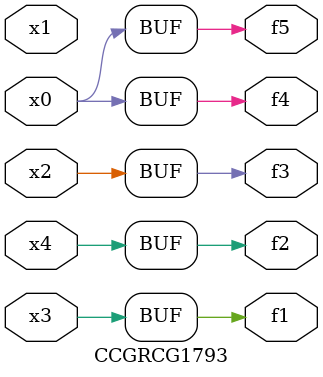
<source format=v>
module CCGRCG1793(
	input x0, x1, x2, x3, x4,
	output f1, f2, f3, f4, f5
);
	assign f1 = x3;
	assign f2 = x4;
	assign f3 = x2;
	assign f4 = x0;
	assign f5 = x0;
endmodule

</source>
